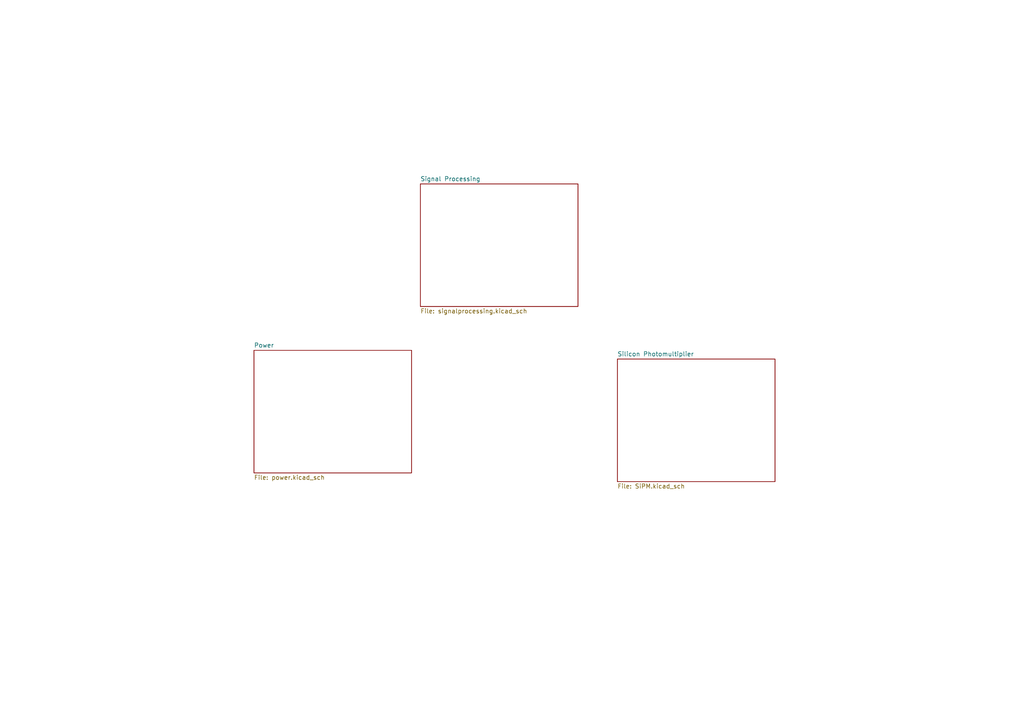
<source format=kicad_sch>
(kicad_sch
	(version 20250114)
	(generator "eeschema")
	(generator_version "9.0")
	(uuid "901a4a81-3d4a-4d59-b0fc-ea1dade1210f")
	(paper "A4")
	(lib_symbols)
	(sheet
		(at 179.07 104.14)
		(size 45.72 35.56)
		(exclude_from_sim no)
		(in_bom yes)
		(on_board yes)
		(dnp no)
		(fields_autoplaced yes)
		(stroke
			(width 0.1524)
			(type solid)
		)
		(fill
			(color 0 0 0 0.0000)
		)
		(uuid "09770208-9a6f-42aa-9b04-6e9dd61abdb1")
		(property "Sheetname" "Silicon Photomultiplier"
			(at 179.07 103.4284 0)
			(effects
				(font
					(size 1.27 1.27)
				)
				(justify left bottom)
			)
		)
		(property "Sheetfile" "SiPM.kicad_sch"
			(at 179.07 140.2846 0)
			(effects
				(font
					(size 1.27 1.27)
				)
				(justify left top)
			)
		)
		(instances
			(project "PROVES_Cosmic_Watch"
				(path "/901a4a81-3d4a-4d59-b0fc-ea1dade1210f"
					(page "2")
				)
			)
		)
	)
	(sheet
		(at 121.92 53.34)
		(size 45.72 35.56)
		(exclude_from_sim no)
		(in_bom yes)
		(on_board yes)
		(dnp no)
		(fields_autoplaced yes)
		(stroke
			(width 0.1524)
			(type solid)
		)
		(fill
			(color 0 0 0 0.0000)
		)
		(uuid "7e234915-02ab-46f1-97e9-144c63994663")
		(property "Sheetname" "Signal Processing"
			(at 121.92 52.6284 0)
			(effects
				(font
					(size 1.27 1.27)
				)
				(justify left bottom)
			)
		)
		(property "Sheetfile" "signalprocessing.kicad_sch"
			(at 121.92 89.4846 0)
			(effects
				(font
					(size 1.27 1.27)
				)
				(justify left top)
			)
		)
		(instances
			(project "PROVES_Cosmic_Watch"
				(path "/901a4a81-3d4a-4d59-b0fc-ea1dade1210f"
					(page "3")
				)
			)
		)
	)
	(sheet
		(at 73.66 101.6)
		(size 45.72 35.56)
		(exclude_from_sim no)
		(in_bom yes)
		(on_board yes)
		(dnp no)
		(fields_autoplaced yes)
		(stroke
			(width 0.1524)
			(type solid)
		)
		(fill
			(color 0 0 0 0.0000)
		)
		(uuid "94b942db-2822-486c-90f4-c726bdd9ff86")
		(property "Sheetname" "Power"
			(at 73.66 100.8884 0)
			(effects
				(font
					(size 1.27 1.27)
				)
				(justify left bottom)
			)
		)
		(property "Sheetfile" "power.kicad_sch"
			(at 73.66 137.7446 0)
			(effects
				(font
					(size 1.27 1.27)
				)
				(justify left top)
			)
		)
		(instances
			(project "PROVES_Cosmic_Watch"
				(path "/901a4a81-3d4a-4d59-b0fc-ea1dade1210f"
					(page "4")
				)
			)
		)
	)
	(sheet_instances
		(path "/"
			(page "1")
		)
	)
	(embedded_fonts no)
)

</source>
